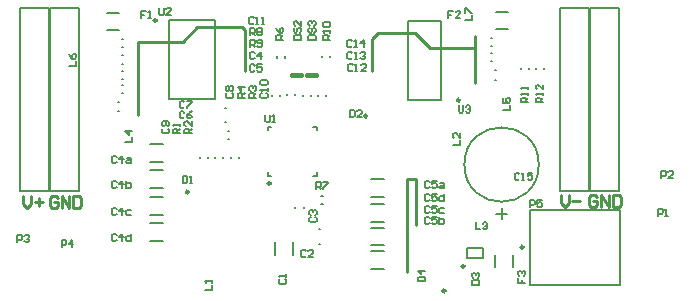
<source format=gto>
G04*
G04 #@! TF.GenerationSoftware,Altium Limited,Altium Designer,19.0.15 (446)*
G04*
G04 Layer_Color=65535*
%FSLAX25Y25*%
%MOIN*%
G70*
G01*
G75*
%ADD10C,0.00984*%
%ADD11C,0.01000*%
%ADD12C,0.00787*%
%ADD13C,0.01575*%
%ADD14C,0.00591*%
D10*
X247061Y141358D02*
G03*
X247061Y141358I-492J0D01*
G01*
X253425Y149547D02*
G03*
X253425Y149547I-492J0D01*
G01*
X273091Y155905D02*
G03*
X273091Y155905I-492J0D01*
G01*
X150787Y231516D02*
G03*
X150787Y231516I-492J0D01*
G01*
X251909Y204921D02*
G03*
X251909Y204921I-492J0D01*
G01*
X220965Y199662D02*
G03*
X220965Y199662I-492J0D01*
G01*
X161437Y174331D02*
G03*
X161437Y174331I-492J0D01*
G01*
X188819Y177224D02*
G03*
X188819Y177224I-492J0D01*
G01*
X285433Y173227D02*
Y170603D01*
X286745Y169291D01*
X288057Y170603D01*
Y173227D01*
X289369Y171259D02*
X291993D01*
X297525Y172689D02*
X296869Y173345D01*
X295557D01*
X294902Y172689D01*
Y170065D01*
X295557Y169409D01*
X296869D01*
X297525Y170065D01*
Y171377D01*
X296214D01*
X298837Y169409D02*
Y173345D01*
X301461Y169409D01*
Y173345D01*
X302773D02*
Y169409D01*
X304741D01*
X305397Y170065D01*
Y172689D01*
X304741Y173345D01*
X302773D01*
X106299Y172951D02*
Y170328D01*
X107611Y169016D01*
X108923Y170328D01*
Y172951D01*
X110235Y170984D02*
X112859D01*
X111547Y172295D02*
Y169672D01*
X117781Y172295D02*
X117125Y172951D01*
X115813D01*
X115157Y172295D01*
Y169672D01*
X115813Y169016D01*
X117125D01*
X117781Y169672D01*
Y170984D01*
X116469D01*
X119093Y169016D02*
Y172951D01*
X121717Y169016D01*
Y172951D01*
X123029D02*
Y169016D01*
X124997D01*
X125653Y169672D01*
Y172295D01*
X124997Y172951D01*
X123029D01*
D11*
X237262Y163386D02*
G03*
X237323Y163447I0J61D01*
G01*
Y178543D02*
G03*
X237262Y178604I-61J0D01*
G01*
X237323Y163447D02*
Y178543D01*
X234252Y178604D02*
X237262D01*
X234252Y147638D02*
Y178604D01*
X256890Y210630D02*
Y226378D01*
Y222441D02*
Y226378D01*
X241732Y222441D02*
X256890D01*
X236841Y227332D02*
X241732Y222441D01*
X224410Y227332D02*
X236841D01*
X222441Y225364D02*
X224410Y227332D01*
X222441Y214567D02*
Y225364D01*
X144685Y200000D02*
Y224410D01*
X159449D01*
X164370Y229331D01*
X179134D01*
X180118Y228346D01*
Y214567D02*
Y228346D01*
D12*
X278150Y183465D02*
G03*
X278150Y183465I-12402J0D01*
G01*
X269488Y149213D02*
Y153150D01*
X263583Y149213D02*
Y153150D01*
X254075Y155512D02*
X259390D01*
X254075Y152362D02*
X259390D01*
Y155512D01*
X254075Y152362D02*
Y155512D01*
X305157Y143405D02*
Y168405D01*
X275157Y143405D02*
X305157D01*
X275157D02*
Y168405D01*
X305157D01*
X154921Y205335D02*
X170276D01*
X154921Y231713D02*
X170276D01*
Y205335D02*
Y231713D01*
X154921Y205335D02*
Y231713D01*
X134252Y228169D02*
X138189D01*
X134252Y234075D02*
X138189D01*
X137992Y204350D02*
X138386D01*
X137992Y201201D02*
X138386D01*
X139173Y210059D02*
X139567D01*
X139173Y207303D02*
X139567D01*
X139173Y214764D02*
X139567D01*
X139173Y212008D02*
X139567D01*
X139173Y219902D02*
X139567D01*
X139173Y217146D02*
X139567D01*
X139173Y225413D02*
X139567D01*
X139173Y222657D02*
X139567D01*
X115098Y174508D02*
Y235492D01*
X124902Y174508D02*
Y235492D01*
X115098D02*
X124902D01*
X115098Y174508D02*
X124902D01*
X105098D02*
Y235492D01*
X114902Y174508D02*
Y235492D01*
X105098D02*
X114902D01*
X105098Y174508D02*
X114902D01*
X295098D02*
Y235492D01*
X304902Y174508D02*
Y235492D01*
X295098D02*
X304902D01*
X295098Y174508D02*
X304902D01*
X285098D02*
Y235492D01*
X294902Y174508D02*
Y235492D01*
X285098D02*
X294902D01*
X285098Y174508D02*
X294902D01*
X264016Y234449D02*
X267953D01*
X264016Y228543D02*
X267953D01*
X263425Y211811D02*
X263819D01*
X263425Y214961D02*
X263819D01*
X262244Y217913D02*
X262638D01*
X262244Y220669D02*
X262638D01*
X262244Y223031D02*
X262638D01*
X262244Y225787D02*
X262638D01*
X279961Y215354D02*
Y215748D01*
X277205Y215354D02*
Y215748D01*
X272244Y215354D02*
Y215748D01*
X275000Y215354D02*
Y215748D01*
X245512Y204921D02*
Y231299D01*
X234488Y204921D02*
Y231299D01*
Y204921D02*
X245512D01*
X234488Y231299D02*
X245512D01*
X222244Y164370D02*
X226575D01*
X222244Y170276D02*
X226575D01*
X222244Y172699D02*
X226575D01*
X222244Y178604D02*
X226575D01*
X222244Y156496D02*
X226575D01*
X222244Y162402D02*
X226575D01*
X222244Y148622D02*
X226575D01*
X222244Y154527D02*
X226575D01*
X196260Y153268D02*
Y157598D01*
X190354Y153268D02*
Y157598D01*
X204921Y161831D02*
X205315D01*
X204921Y156910D02*
X205315D01*
X205709Y170276D02*
X206102D01*
X205709Y173031D02*
X206102D01*
X173425Y202185D02*
X173819D01*
X173425Y197658D02*
X173819D01*
X175591Y185551D02*
Y185945D01*
X178347Y185551D02*
Y185945D01*
X173031Y185551D02*
Y185945D01*
X170276Y185551D02*
Y185945D01*
X167913Y185551D02*
Y185945D01*
X165157Y185551D02*
Y185945D01*
X174606Y194606D02*
X175000D01*
X174606Y191850D02*
X175000D01*
X187736Y179783D02*
X188858D01*
X187736D02*
Y180905D01*
Y195000D02*
Y196122D01*
X188858D01*
X202953D02*
X204075D01*
Y195000D02*
Y196122D01*
X202953Y179783D02*
X204075D01*
Y180905D01*
X207283Y206417D02*
Y206811D01*
X204528Y206417D02*
Y206811D01*
X199409Y206417D02*
Y206811D01*
X202165Y206417D02*
Y206811D01*
X194291Y206496D02*
Y206890D01*
X197047Y206496D02*
Y206890D01*
X191929Y206417D02*
Y206811D01*
X189173Y206417D02*
Y206811D01*
X205844Y219220D02*
Y219614D01*
X208600Y219220D02*
Y219614D01*
X190945Y219094D02*
Y219488D01*
X193701Y219094D02*
Y219488D01*
X148622Y190276D02*
X152953D01*
X148622Y184370D02*
X152953D01*
X148622Y181614D02*
X152953D01*
X148622Y175709D02*
X152953D01*
X148622Y172559D02*
X152953D01*
X148622Y166654D02*
X152953D01*
X148622Y163898D02*
X152953D01*
X148622Y157992D02*
X152953D01*
X197047Y169016D02*
Y169409D01*
X199803Y169016D02*
Y169409D01*
D13*
X200827Y213413D02*
X203976D01*
X195803D02*
X198952D01*
D14*
X265749Y165157D02*
Y169093D01*
X263781Y167125D02*
X267717D01*
X271261Y145669D02*
Y144095D01*
X272441D01*
Y144882D01*
Y144095D01*
X273622D01*
X271654Y146456D02*
X271261Y146850D01*
Y147637D01*
X271654Y148030D01*
X272048D01*
X272441Y147637D01*
Y147243D01*
Y147637D01*
X272835Y148030D01*
X273229D01*
X273622Y147637D01*
Y146850D01*
X273229Y146456D01*
X237796Y144488D02*
X240158D01*
Y145669D01*
X239764Y146063D01*
X238190D01*
X237796Y145669D01*
Y144488D01*
X240158Y148030D02*
X237796D01*
X238977Y146850D01*
Y148424D01*
X275197Y169291D02*
Y171653D01*
X276378D01*
X276771Y171259D01*
Y170472D01*
X276378Y170079D01*
X275197D01*
X279133Y171653D02*
X277558D01*
Y170472D01*
X278345Y170866D01*
X278739D01*
X279133Y170472D01*
Y169685D01*
X278739Y169291D01*
X277952D01*
X277558Y169685D01*
X253544Y231713D02*
X255906D01*
Y233287D01*
X253544Y234074D02*
Y235648D01*
X253938D01*
X255512Y234074D01*
X255906D01*
X121503Y216436D02*
X123865D01*
Y218010D01*
X121503Y220372D02*
X121897Y219584D01*
X122684Y218797D01*
X123471D01*
X123865Y219191D01*
Y219978D01*
X123471Y220372D01*
X123078D01*
X122684Y219978D01*
Y218797D01*
X266339Y201772D02*
X268701D01*
Y203346D01*
X266339Y205707D02*
Y204133D01*
X267520D01*
X267126Y204920D01*
Y205314D01*
X267520Y205707D01*
X268307D01*
X268701Y205314D01*
Y204527D01*
X268307Y204133D01*
X140355Y190945D02*
X142717D01*
Y192519D01*
Y194487D02*
X140355D01*
X141536Y193306D01*
Y194881D01*
X257087Y164192D02*
Y161831D01*
X258661D01*
X259448Y163799D02*
X259842Y164192D01*
X260629D01*
X261022Y163799D01*
Y163405D01*
X260629Y163011D01*
X260235D01*
X260629D01*
X261022Y162618D01*
Y162224D01*
X260629Y161831D01*
X259842D01*
X259448Y162224D01*
X255906Y143405D02*
X258268D01*
Y144586D01*
X257874Y144980D01*
X256300D01*
X255906Y144586D01*
Y143405D01*
X256300Y145767D02*
X255906Y146160D01*
Y146948D01*
X256300Y147341D01*
X256693D01*
X257087Y146948D01*
Y146554D01*
Y146948D01*
X257481Y147341D01*
X257874D01*
X258268Y146948D01*
Y146160D01*
X257874Y145767D01*
X271653Y180314D02*
X271259Y180708D01*
X270472D01*
X270079Y180314D01*
Y178740D01*
X270472Y178347D01*
X271259D01*
X271653Y178740D01*
X272440Y178347D02*
X273227D01*
X272834D01*
Y180708D01*
X272440Y180314D01*
X275982Y180708D02*
X274408D01*
Y179527D01*
X275195Y179921D01*
X275589D01*
X275982Y179527D01*
Y178740D01*
X275589Y178347D01*
X274802D01*
X274408Y178740D01*
X251417Y203149D02*
Y201181D01*
X251811Y200787D01*
X252598D01*
X252992Y201181D01*
Y203149D01*
X253779Y202755D02*
X254172Y203149D01*
X254960D01*
X255353Y202755D01*
Y202362D01*
X254960Y201968D01*
X254566D01*
X254960D01*
X255353Y201574D01*
Y201181D01*
X254960Y200787D01*
X254172D01*
X253779Y201181D01*
X151575Y235629D02*
Y233661D01*
X151968Y233268D01*
X152755D01*
X153149Y233661D01*
Y235629D01*
X155510Y233268D02*
X153936D01*
X155510Y234842D01*
Y235236D01*
X155117Y235629D01*
X154330D01*
X153936Y235236D01*
X187008Y200019D02*
Y198051D01*
X187401Y197658D01*
X188189D01*
X188582Y198051D01*
Y200019D01*
X189369Y197658D02*
X190156D01*
X189763D01*
Y200019D01*
X189369Y199625D01*
X279528Y204193D02*
X277166D01*
Y205374D01*
X277560Y205767D01*
X278347D01*
X278740Y205374D01*
Y204193D01*
Y204980D02*
X279528Y205767D01*
Y206554D02*
Y207342D01*
Y206948D01*
X277166D01*
X277560Y206554D01*
X279528Y210097D02*
Y208522D01*
X277953Y210097D01*
X277560D01*
X277166Y209703D01*
Y208916D01*
X277560Y208522D01*
X274606Y204193D02*
X272245D01*
Y205374D01*
X272638Y205767D01*
X273426D01*
X273819Y205374D01*
Y204193D01*
Y204980D02*
X274606Y205767D01*
Y206554D02*
Y207342D01*
Y206948D01*
X272245D01*
X272638Y206554D01*
X274606Y208522D02*
Y209309D01*
Y208916D01*
X272245D01*
X272638Y208522D01*
X208600Y225078D02*
X206239D01*
Y226258D01*
X206632Y226652D01*
X207419D01*
X207813Y226258D01*
Y225078D01*
Y225865D02*
X208600Y226652D01*
Y227439D02*
Y228226D01*
Y227833D01*
X206239D01*
X206632Y227439D01*
Y229407D02*
X206239Y229800D01*
Y230588D01*
X206632Y230981D01*
X208207D01*
X208600Y230588D01*
Y229800D01*
X208207Y229407D01*
X206632D01*
X181953Y222668D02*
Y225029D01*
X183134D01*
X183527Y224635D01*
Y223848D01*
X183134Y223455D01*
X181953D01*
X182740D02*
X183527Y222668D01*
X184314Y223061D02*
X184708Y222668D01*
X185495D01*
X185889Y223061D01*
Y224635D01*
X185495Y225029D01*
X184708D01*
X184314Y224635D01*
Y224242D01*
X184708Y223848D01*
X185889D01*
X181850Y226555D02*
Y228917D01*
X183031D01*
X183425Y228523D01*
Y227736D01*
X183031Y227342D01*
X181850D01*
X182638D02*
X183425Y226555D01*
X184212Y228523D02*
X184605Y228917D01*
X185393D01*
X185786Y228523D01*
Y228129D01*
X185393Y227736D01*
X185786Y227342D01*
Y226949D01*
X185393Y226555D01*
X184605D01*
X184212Y226949D01*
Y227342D01*
X184605Y227736D01*
X184212Y228129D01*
Y228523D01*
X184605Y227736D02*
X185393D01*
X192953Y225078D02*
X190591D01*
Y226258D01*
X190985Y226652D01*
X191772D01*
X192166Y226258D01*
Y225078D01*
Y225865D02*
X192953Y226652D01*
X190591Y229013D02*
X190985Y228226D01*
X191772Y227439D01*
X192559D01*
X192953Y227833D01*
Y228620D01*
X192559Y229013D01*
X192166D01*
X191772Y228620D01*
Y227439D01*
X203976Y175197D02*
Y177558D01*
X205157D01*
X205551Y177165D01*
Y176378D01*
X205157Y175984D01*
X203976D01*
X204764D02*
X205551Y175197D01*
X206338Y177558D02*
X207912D01*
Y177165D01*
X206338Y175590D01*
Y175197D01*
X184055Y205709D02*
X181694D01*
Y206889D01*
X182087Y207283D01*
X182874D01*
X183268Y206889D01*
Y205709D01*
Y206496D02*
X184055Y207283D01*
X182087Y208070D02*
X181694Y208464D01*
Y209251D01*
X182087Y209644D01*
X182481D01*
X182874Y209251D01*
Y208857D01*
Y209251D01*
X183268Y209644D01*
X183662D01*
X184055Y209251D01*
Y208464D01*
X183662Y208070D01*
X162402Y193898D02*
X160040D01*
Y195078D01*
X160434Y195472D01*
X161221D01*
X161614Y195078D01*
Y193898D01*
Y194685D02*
X162402Y195472D01*
Y197833D02*
Y196259D01*
X160827Y197833D01*
X160434D01*
X160040Y197440D01*
Y196653D01*
X160434Y196259D01*
X180118Y205709D02*
X177757D01*
Y206889D01*
X178150Y207283D01*
X178937D01*
X179331Y206889D01*
Y205709D01*
Y206496D02*
X180118Y207283D01*
Y209251D02*
X177757D01*
X178937Y208070D01*
Y209644D01*
X158465Y193898D02*
X156103D01*
Y195078D01*
X156497Y195472D01*
X157284D01*
X157677Y195078D01*
Y193898D01*
Y194685D02*
X158465Y195472D01*
Y196259D02*
Y197046D01*
Y196653D01*
X156103D01*
X156497Y196259D01*
X119095Y155905D02*
Y158267D01*
X120275D01*
X120669Y157873D01*
Y157086D01*
X120275Y156693D01*
X119095D01*
X122637Y155905D02*
Y158267D01*
X121456Y157086D01*
X123030D01*
X104331Y157598D02*
Y159960D01*
X105511D01*
X105905Y159566D01*
Y158779D01*
X105511Y158386D01*
X104331D01*
X106692Y159566D02*
X107086Y159960D01*
X107873D01*
X108266Y159566D01*
Y159173D01*
X107873Y158779D01*
X107479D01*
X107873D01*
X108266Y158386D01*
Y157992D01*
X107873Y157598D01*
X107086D01*
X106692Y157992D01*
X317913Y166339D02*
Y168700D01*
X319094D01*
X319488Y168306D01*
Y167519D01*
X319094Y167126D01*
X317913D01*
X320275Y166339D02*
X321062D01*
X320668D01*
Y168700D01*
X320275Y168306D01*
X318898Y178859D02*
Y181220D01*
X320078D01*
X320472Y180827D01*
Y180040D01*
X320078Y179646D01*
X318898D01*
X322833Y178859D02*
X321259D01*
X322833Y180433D01*
Y180827D01*
X322440Y181220D01*
X321653D01*
X321259Y180827D01*
X249607Y190000D02*
X251969D01*
Y191574D01*
Y193936D02*
Y192361D01*
X250394Y193936D01*
X250001D01*
X249607Y193542D01*
Y192755D01*
X250001Y192361D01*
X166930Y141732D02*
X169291D01*
Y143307D01*
Y144094D02*
Y144881D01*
Y144487D01*
X166930D01*
X167324Y144094D01*
X249606Y234645D02*
X248031D01*
Y233464D01*
X248819D01*
X248031D01*
Y232283D01*
X251967D02*
X250393D01*
X251967Y233858D01*
Y234251D01*
X251574Y234645D01*
X250786D01*
X250393Y234251D01*
X147244Y234645D02*
X145669D01*
Y233464D01*
X146456D01*
X145669D01*
Y232283D01*
X148031D02*
X148818D01*
X148424D01*
Y234645D01*
X148031Y234251D01*
X201379Y225078D02*
X203740D01*
Y226258D01*
X203347Y226652D01*
X201772D01*
X201379Y226258D01*
Y225078D01*
X201772Y229013D02*
X201379Y228620D01*
Y227833D01*
X201772Y227439D01*
X202166D01*
X202559Y227833D01*
Y228620D01*
X202953Y229013D01*
X203347D01*
X203740Y228620D01*
Y227833D01*
X203347Y227439D01*
X201772Y229800D02*
X201379Y230194D01*
Y230981D01*
X201772Y231375D01*
X202166D01*
X202559Y230981D01*
Y230588D01*
Y230981D01*
X202953Y231375D01*
X203347D01*
X203740Y230981D01*
Y230194D01*
X203347Y229800D01*
X196458Y225078D02*
X198819D01*
Y226258D01*
X198425Y226652D01*
X196851D01*
X196458Y226258D01*
Y225078D01*
X196851Y229013D02*
X196458Y228620D01*
Y227833D01*
X196851Y227439D01*
X197245D01*
X197638Y227833D01*
Y228620D01*
X198032Y229013D01*
X198425D01*
X198819Y228620D01*
Y227833D01*
X198425Y227439D01*
X198819Y231375D02*
Y229800D01*
X197245Y231375D01*
X196851D01*
X196458Y230981D01*
Y230194D01*
X196851Y229800D01*
X215158Y201571D02*
Y199209D01*
X216338D01*
X216732Y199603D01*
Y201177D01*
X216338Y201571D01*
X215158D01*
X219093Y199209D02*
X217519D01*
X219093Y200783D01*
Y201177D01*
X218700Y201571D01*
X217913D01*
X217519Y201177D01*
X159449Y179586D02*
Y177224D01*
X160629D01*
X161023Y177618D01*
Y179192D01*
X160629Y179586D01*
X159449D01*
X161810Y177224D02*
X162597D01*
X162204D01*
Y179586D01*
X161810Y179192D01*
X215887Y224635D02*
X215494Y225029D01*
X214706D01*
X214313Y224635D01*
Y223061D01*
X214706Y222668D01*
X215494D01*
X215887Y223061D01*
X216674Y222668D02*
X217462D01*
X217068D01*
Y225029D01*
X216674Y224635D01*
X219823Y222668D02*
Y225029D01*
X218642Y223848D01*
X220217D01*
X215964Y220598D02*
X215570Y220991D01*
X214783D01*
X214389Y220598D01*
Y219023D01*
X214783Y218630D01*
X215570D01*
X215964Y219023D01*
X216751Y218630D02*
X217538D01*
X217144D01*
Y220991D01*
X216751Y220598D01*
X218719D02*
X219112Y220991D01*
X219899D01*
X220293Y220598D01*
Y220204D01*
X219899Y219811D01*
X219506D01*
X219899D01*
X220293Y219417D01*
Y219023D01*
X219899Y218630D01*
X219112D01*
X218719Y219023D01*
X216141Y216535D02*
X215748Y216928D01*
X214961D01*
X214567Y216535D01*
Y214961D01*
X214961Y214567D01*
X215748D01*
X216141Y214961D01*
X216928Y214567D02*
X217716D01*
X217322D01*
Y216928D01*
X216928Y216535D01*
X220470Y214567D02*
X218896D01*
X220470Y216141D01*
Y216535D01*
X220077Y216928D01*
X219290D01*
X218896Y216535D01*
X183120Y232283D02*
X182726Y232676D01*
X181939D01*
X181545Y232283D01*
Y230709D01*
X181939Y230315D01*
X182726D01*
X183120Y230709D01*
X183907Y230315D02*
X184694D01*
X184300D01*
Y232676D01*
X183907Y232283D01*
X185875Y230315D02*
X186662D01*
X186268D01*
Y232676D01*
X185875Y232283D01*
X183425Y220598D02*
X183031Y220991D01*
X182244D01*
X181850Y220598D01*
Y219023D01*
X182244Y218630D01*
X183031D01*
X183425Y219023D01*
X185393Y218630D02*
Y220991D01*
X184212Y219811D01*
X185786D01*
X183433Y216435D02*
X183040Y216828D01*
X182253D01*
X181859Y216435D01*
Y214860D01*
X182253Y214467D01*
X183040D01*
X183433Y214860D01*
X185795Y216828D02*
X184221D01*
Y215648D01*
X185008Y216041D01*
X185401D01*
X185795Y215648D01*
Y214860D01*
X185401Y214467D01*
X184614D01*
X184221Y214860D01*
X160039Y204153D02*
X159645Y204546D01*
X158858D01*
X158465Y204153D01*
Y202579D01*
X158858Y202185D01*
X159645D01*
X160039Y202579D01*
X160826Y204546D02*
X162400D01*
Y204153D01*
X160826Y202579D01*
Y202185D01*
X160039Y200787D02*
X159645Y201180D01*
X158858D01*
X158465Y200787D01*
Y199213D01*
X158858Y198819D01*
X159645D01*
X160039Y199213D01*
X162400Y201180D02*
X161613Y200787D01*
X160826Y200000D01*
Y199213D01*
X161220Y198819D01*
X162007D01*
X162400Y199213D01*
Y199606D01*
X162007Y200000D01*
X160826D01*
X202107Y165944D02*
X201713Y165551D01*
Y164764D01*
X202107Y164370D01*
X203681D01*
X204075Y164764D01*
Y165551D01*
X203681Y165944D01*
X202107Y166732D02*
X201713Y167125D01*
Y167912D01*
X202107Y168306D01*
X202501D01*
X202894Y167912D01*
Y167519D01*
Y167912D01*
X203288Y168306D01*
X203681D01*
X204075Y167912D01*
Y167125D01*
X203681Y166732D01*
X200527Y154527D02*
X200133Y154920D01*
X199346D01*
X198952Y154527D01*
Y152953D01*
X199346Y152559D01*
X200133D01*
X200527Y152953D01*
X202888Y152559D02*
X201314D01*
X202888Y154133D01*
Y154527D01*
X202495Y154920D01*
X201707D01*
X201314Y154527D01*
X241732Y173228D02*
X241338Y173621D01*
X240551D01*
X240158Y173228D01*
Y171653D01*
X240551Y171260D01*
X241338D01*
X241732Y171653D01*
X244093Y173621D02*
X242519D01*
Y172441D01*
X243306Y172834D01*
X243700D01*
X244093Y172441D01*
Y171653D01*
X243700Y171260D01*
X242913D01*
X242519Y171653D01*
X246455Y173621D02*
Y171260D01*
X245274D01*
X244880Y171653D01*
Y172441D01*
X245274Y172834D01*
X246455D01*
X241732Y169291D02*
X241338Y169684D01*
X240551D01*
X240158Y169291D01*
Y167716D01*
X240551Y167323D01*
X241338D01*
X241732Y167716D01*
X244093Y169684D02*
X242519D01*
Y168503D01*
X243306Y168897D01*
X243700D01*
X244093Y168503D01*
Y167716D01*
X243700Y167323D01*
X242913D01*
X242519Y167716D01*
X246455Y168897D02*
X245274D01*
X244880Y168503D01*
Y167716D01*
X245274Y167323D01*
X246455D01*
X241732Y165669D02*
X241338Y166062D01*
X240551D01*
X240158Y165669D01*
Y164094D01*
X240551Y163701D01*
X241338D01*
X241732Y164094D01*
X244093Y166062D02*
X242519D01*
Y164882D01*
X243306Y165275D01*
X243700D01*
X244093Y164882D01*
Y164094D01*
X243700Y163701D01*
X242913D01*
X242519Y164094D01*
X244880Y166062D02*
Y163701D01*
X246061D01*
X246455Y164094D01*
Y164488D01*
Y164882D01*
X246061Y165275D01*
X244880D01*
X241732Y177619D02*
X241338Y178013D01*
X240551D01*
X240158Y177619D01*
Y176045D01*
X240551Y175652D01*
X241338D01*
X241732Y176045D01*
X244093Y178013D02*
X242519D01*
Y176832D01*
X243306Y177226D01*
X243700D01*
X244093Y176832D01*
Y176045D01*
X243700Y175652D01*
X242913D01*
X242519Y176045D01*
X245274Y177226D02*
X246061D01*
X246455Y176832D01*
Y175652D01*
X245274D01*
X244880Y176045D01*
X245274Y176439D01*
X246455D01*
X191930Y145275D02*
X191536Y144881D01*
Y144094D01*
X191930Y143701D01*
X193504D01*
X193898Y144094D01*
Y144881D01*
X193504Y145275D01*
X193898Y146062D02*
Y146849D01*
Y146456D01*
X191536D01*
X191930Y146062D01*
X185768Y207283D02*
X185375Y206889D01*
Y206102D01*
X185768Y205709D01*
X187343D01*
X187736Y206102D01*
Y206889D01*
X187343Y207283D01*
X187736Y208070D02*
Y208857D01*
Y208464D01*
X185375D01*
X185768Y208070D01*
Y210038D02*
X185375Y210432D01*
Y211219D01*
X185768Y211612D01*
X187343D01*
X187736Y211219D01*
Y210432D01*
X187343Y210038D01*
X185768D01*
X174213Y207283D02*
X173820Y206889D01*
Y206102D01*
X174213Y205709D01*
X175787D01*
X176181Y206102D01*
Y206889D01*
X175787Y207283D01*
X174213Y208070D02*
X173820Y208464D01*
Y209251D01*
X174213Y209644D01*
X174607D01*
X175000Y209251D01*
X175394Y209644D01*
X175787D01*
X176181Y209251D01*
Y208464D01*
X175787Y208070D01*
X175394D01*
X175000Y208464D01*
X174607Y208070D01*
X174213D01*
X175000Y208464D02*
Y209251D01*
X152953Y195472D02*
X152560Y195078D01*
Y194291D01*
X152953Y193898D01*
X154528D01*
X154921Y194291D01*
Y195078D01*
X154528Y195472D01*
Y196259D02*
X154921Y196653D01*
Y197440D01*
X154528Y197833D01*
X152953D01*
X152560Y197440D01*
Y196653D01*
X152953Y196259D01*
X153347D01*
X153741Y196653D01*
Y197833D01*
X137401Y159960D02*
X137007Y160354D01*
X136220D01*
X135827Y159960D01*
Y158386D01*
X136220Y157992D01*
X137007D01*
X137401Y158386D01*
X139369Y157992D02*
Y160354D01*
X138188Y159173D01*
X139762D01*
X142124Y160354D02*
Y157992D01*
X140943D01*
X140550Y158386D01*
Y159173D01*
X140943Y159566D01*
X142124D01*
X137401Y168621D02*
X137007Y169015D01*
X136220D01*
X135827Y168621D01*
Y167047D01*
X136220Y166654D01*
X137007D01*
X137401Y167047D01*
X139369Y166654D02*
Y169015D01*
X138188Y167834D01*
X139762D01*
X142124Y168228D02*
X140943D01*
X140550Y167834D01*
Y167047D01*
X140943Y166654D01*
X142124D01*
X137401Y177676D02*
X137007Y178070D01*
X136220D01*
X135827Y177676D01*
Y176102D01*
X136220Y175709D01*
X137007D01*
X137401Y176102D01*
X139369Y175709D02*
Y178070D01*
X138188Y176889D01*
X139762D01*
X140550Y178070D02*
Y175709D01*
X141730D01*
X142124Y176102D01*
Y176496D01*
Y176889D01*
X141730Y177283D01*
X140550D01*
X137401Y186023D02*
X137007Y186417D01*
X136220D01*
X135827Y186023D01*
Y184449D01*
X136220Y184055D01*
X137007D01*
X137401Y184449D01*
X139369Y184055D02*
Y186417D01*
X138188Y185236D01*
X139762D01*
X140943Y185629D02*
X141730D01*
X142124Y185236D01*
Y184055D01*
X140943D01*
X140550Y184449D01*
X140943Y184842D01*
X142124D01*
M02*

</source>
